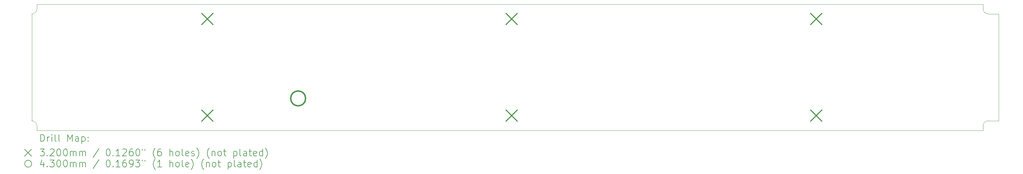
<source format=gbr>
%TF.GenerationSoftware,KiCad,Pcbnew,7.0.9*%
%TF.CreationDate,2025-11-01T18:49:03+01:00*%
%TF.ProjectId,Treiber,54726569-6265-4722-9e6b-696361645f70,rev?*%
%TF.SameCoordinates,Original*%
%TF.FileFunction,Drillmap*%
%TF.FilePolarity,Positive*%
%FSLAX45Y45*%
G04 Gerber Fmt 4.5, Leading zero omitted, Abs format (unit mm)*
G04 Created by KiCad (PCBNEW 7.0.9) date 2025-11-01 18:49:03*
%MOMM*%
%LPD*%
G01*
G04 APERTURE LIST*
%ADD10C,0.100000*%
%ADD11C,0.200000*%
%ADD12C,0.320000*%
%ADD13C,0.430000*%
G04 APERTURE END LIST*
D10*
X8200000Y-7900000D02*
X8200000Y-11000000D01*
X36150000Y-7900000D02*
X36150000Y-11000000D01*
X35700000Y-11150000D02*
X35700000Y-11280000D01*
X36150000Y-11000000D02*
X35850000Y-11000000D01*
X35700000Y-11280000D02*
X8350000Y-11280000D01*
X35700000Y-7750000D02*
G75*
G03*
X35850000Y-7900000I150000J0D01*
G01*
X8350000Y-11150000D02*
G75*
G03*
X8200000Y-11000000I-150000J0D01*
G01*
X35700000Y-7620000D02*
X8350000Y-7620000D01*
X36150000Y-7900000D02*
X35850000Y-7900000D01*
X35850000Y-11000000D02*
G75*
G03*
X35700000Y-11150000I0J-150000D01*
G01*
X8350000Y-11280000D02*
X8350000Y-11150000D01*
X8200000Y-7900000D02*
G75*
G03*
X8350000Y-7750000I0J150000D01*
G01*
X35700000Y-7750000D02*
X35700000Y-7620000D01*
X8350000Y-7620000D02*
X8350000Y-7750000D01*
D11*
D12*
X13115000Y-7890000D02*
X13435000Y-8210000D01*
X13435000Y-7890000D02*
X13115000Y-8210000D01*
X13115000Y-10690000D02*
X13435000Y-11010000D01*
X13435000Y-10690000D02*
X13115000Y-11010000D01*
X21915000Y-7890000D02*
X22235000Y-8210000D01*
X22235000Y-7890000D02*
X21915000Y-8210000D01*
X21915000Y-10690000D02*
X22235000Y-11010000D01*
X22235000Y-10690000D02*
X21915000Y-11010000D01*
X30715000Y-7890000D02*
X31035000Y-8210000D01*
X31035000Y-7890000D02*
X30715000Y-8210000D01*
X30715000Y-10690000D02*
X31035000Y-11010000D01*
X31035000Y-10690000D02*
X30715000Y-11010000D01*
D13*
X16115000Y-10350000D02*
G75*
G03*
X16115000Y-10350000I-215000J0D01*
G01*
D11*
X8455777Y-11596484D02*
X8455777Y-11396484D01*
X8455777Y-11396484D02*
X8503396Y-11396484D01*
X8503396Y-11396484D02*
X8531967Y-11406008D01*
X8531967Y-11406008D02*
X8551015Y-11425055D01*
X8551015Y-11425055D02*
X8560539Y-11444103D01*
X8560539Y-11444103D02*
X8570063Y-11482198D01*
X8570063Y-11482198D02*
X8570063Y-11510769D01*
X8570063Y-11510769D02*
X8560539Y-11548865D01*
X8560539Y-11548865D02*
X8551015Y-11567912D01*
X8551015Y-11567912D02*
X8531967Y-11586960D01*
X8531967Y-11586960D02*
X8503396Y-11596484D01*
X8503396Y-11596484D02*
X8455777Y-11596484D01*
X8655777Y-11596484D02*
X8655777Y-11463150D01*
X8655777Y-11501246D02*
X8665301Y-11482198D01*
X8665301Y-11482198D02*
X8674824Y-11472674D01*
X8674824Y-11472674D02*
X8693872Y-11463150D01*
X8693872Y-11463150D02*
X8712920Y-11463150D01*
X8779586Y-11596484D02*
X8779586Y-11463150D01*
X8779586Y-11396484D02*
X8770063Y-11406008D01*
X8770063Y-11406008D02*
X8779586Y-11415531D01*
X8779586Y-11415531D02*
X8789110Y-11406008D01*
X8789110Y-11406008D02*
X8779586Y-11396484D01*
X8779586Y-11396484D02*
X8779586Y-11415531D01*
X8903396Y-11596484D02*
X8884348Y-11586960D01*
X8884348Y-11586960D02*
X8874824Y-11567912D01*
X8874824Y-11567912D02*
X8874824Y-11396484D01*
X9008158Y-11596484D02*
X8989110Y-11586960D01*
X8989110Y-11586960D02*
X8979586Y-11567912D01*
X8979586Y-11567912D02*
X8979586Y-11396484D01*
X9236729Y-11596484D02*
X9236729Y-11396484D01*
X9236729Y-11396484D02*
X9303396Y-11539341D01*
X9303396Y-11539341D02*
X9370063Y-11396484D01*
X9370063Y-11396484D02*
X9370063Y-11596484D01*
X9551015Y-11596484D02*
X9551015Y-11491722D01*
X9551015Y-11491722D02*
X9541491Y-11472674D01*
X9541491Y-11472674D02*
X9522444Y-11463150D01*
X9522444Y-11463150D02*
X9484348Y-11463150D01*
X9484348Y-11463150D02*
X9465301Y-11472674D01*
X9551015Y-11586960D02*
X9531967Y-11596484D01*
X9531967Y-11596484D02*
X9484348Y-11596484D01*
X9484348Y-11596484D02*
X9465301Y-11586960D01*
X9465301Y-11586960D02*
X9455777Y-11567912D01*
X9455777Y-11567912D02*
X9455777Y-11548865D01*
X9455777Y-11548865D02*
X9465301Y-11529817D01*
X9465301Y-11529817D02*
X9484348Y-11520293D01*
X9484348Y-11520293D02*
X9531967Y-11520293D01*
X9531967Y-11520293D02*
X9551015Y-11510769D01*
X9646253Y-11463150D02*
X9646253Y-11663150D01*
X9646253Y-11472674D02*
X9665301Y-11463150D01*
X9665301Y-11463150D02*
X9703396Y-11463150D01*
X9703396Y-11463150D02*
X9722444Y-11472674D01*
X9722444Y-11472674D02*
X9731967Y-11482198D01*
X9731967Y-11482198D02*
X9741491Y-11501246D01*
X9741491Y-11501246D02*
X9741491Y-11558388D01*
X9741491Y-11558388D02*
X9731967Y-11577436D01*
X9731967Y-11577436D02*
X9722444Y-11586960D01*
X9722444Y-11586960D02*
X9703396Y-11596484D01*
X9703396Y-11596484D02*
X9665301Y-11596484D01*
X9665301Y-11596484D02*
X9646253Y-11586960D01*
X9827205Y-11577436D02*
X9836729Y-11586960D01*
X9836729Y-11586960D02*
X9827205Y-11596484D01*
X9827205Y-11596484D02*
X9817682Y-11586960D01*
X9817682Y-11586960D02*
X9827205Y-11577436D01*
X9827205Y-11577436D02*
X9827205Y-11596484D01*
X9827205Y-11472674D02*
X9836729Y-11482198D01*
X9836729Y-11482198D02*
X9827205Y-11491722D01*
X9827205Y-11491722D02*
X9817682Y-11482198D01*
X9817682Y-11482198D02*
X9827205Y-11472674D01*
X9827205Y-11472674D02*
X9827205Y-11491722D01*
X7995000Y-11825000D02*
X8195000Y-12025000D01*
X8195000Y-11825000D02*
X7995000Y-12025000D01*
X8436729Y-11816484D02*
X8560539Y-11816484D01*
X8560539Y-11816484D02*
X8493872Y-11892674D01*
X8493872Y-11892674D02*
X8522444Y-11892674D01*
X8522444Y-11892674D02*
X8541491Y-11902198D01*
X8541491Y-11902198D02*
X8551015Y-11911722D01*
X8551015Y-11911722D02*
X8560539Y-11930769D01*
X8560539Y-11930769D02*
X8560539Y-11978388D01*
X8560539Y-11978388D02*
X8551015Y-11997436D01*
X8551015Y-11997436D02*
X8541491Y-12006960D01*
X8541491Y-12006960D02*
X8522444Y-12016484D01*
X8522444Y-12016484D02*
X8465301Y-12016484D01*
X8465301Y-12016484D02*
X8446253Y-12006960D01*
X8446253Y-12006960D02*
X8436729Y-11997436D01*
X8646253Y-11997436D02*
X8655777Y-12006960D01*
X8655777Y-12006960D02*
X8646253Y-12016484D01*
X8646253Y-12016484D02*
X8636729Y-12006960D01*
X8636729Y-12006960D02*
X8646253Y-11997436D01*
X8646253Y-11997436D02*
X8646253Y-12016484D01*
X8731967Y-11835531D02*
X8741491Y-11826008D01*
X8741491Y-11826008D02*
X8760539Y-11816484D01*
X8760539Y-11816484D02*
X8808158Y-11816484D01*
X8808158Y-11816484D02*
X8827205Y-11826008D01*
X8827205Y-11826008D02*
X8836729Y-11835531D01*
X8836729Y-11835531D02*
X8846253Y-11854579D01*
X8846253Y-11854579D02*
X8846253Y-11873627D01*
X8846253Y-11873627D02*
X8836729Y-11902198D01*
X8836729Y-11902198D02*
X8722444Y-12016484D01*
X8722444Y-12016484D02*
X8846253Y-12016484D01*
X8970063Y-11816484D02*
X8989110Y-11816484D01*
X8989110Y-11816484D02*
X9008158Y-11826008D01*
X9008158Y-11826008D02*
X9017682Y-11835531D01*
X9017682Y-11835531D02*
X9027205Y-11854579D01*
X9027205Y-11854579D02*
X9036729Y-11892674D01*
X9036729Y-11892674D02*
X9036729Y-11940293D01*
X9036729Y-11940293D02*
X9027205Y-11978388D01*
X9027205Y-11978388D02*
X9017682Y-11997436D01*
X9017682Y-11997436D02*
X9008158Y-12006960D01*
X9008158Y-12006960D02*
X8989110Y-12016484D01*
X8989110Y-12016484D02*
X8970063Y-12016484D01*
X8970063Y-12016484D02*
X8951015Y-12006960D01*
X8951015Y-12006960D02*
X8941491Y-11997436D01*
X8941491Y-11997436D02*
X8931967Y-11978388D01*
X8931967Y-11978388D02*
X8922444Y-11940293D01*
X8922444Y-11940293D02*
X8922444Y-11892674D01*
X8922444Y-11892674D02*
X8931967Y-11854579D01*
X8931967Y-11854579D02*
X8941491Y-11835531D01*
X8941491Y-11835531D02*
X8951015Y-11826008D01*
X8951015Y-11826008D02*
X8970063Y-11816484D01*
X9160539Y-11816484D02*
X9179586Y-11816484D01*
X9179586Y-11816484D02*
X9198634Y-11826008D01*
X9198634Y-11826008D02*
X9208158Y-11835531D01*
X9208158Y-11835531D02*
X9217682Y-11854579D01*
X9217682Y-11854579D02*
X9227205Y-11892674D01*
X9227205Y-11892674D02*
X9227205Y-11940293D01*
X9227205Y-11940293D02*
X9217682Y-11978388D01*
X9217682Y-11978388D02*
X9208158Y-11997436D01*
X9208158Y-11997436D02*
X9198634Y-12006960D01*
X9198634Y-12006960D02*
X9179586Y-12016484D01*
X9179586Y-12016484D02*
X9160539Y-12016484D01*
X9160539Y-12016484D02*
X9141491Y-12006960D01*
X9141491Y-12006960D02*
X9131967Y-11997436D01*
X9131967Y-11997436D02*
X9122444Y-11978388D01*
X9122444Y-11978388D02*
X9112920Y-11940293D01*
X9112920Y-11940293D02*
X9112920Y-11892674D01*
X9112920Y-11892674D02*
X9122444Y-11854579D01*
X9122444Y-11854579D02*
X9131967Y-11835531D01*
X9131967Y-11835531D02*
X9141491Y-11826008D01*
X9141491Y-11826008D02*
X9160539Y-11816484D01*
X9312920Y-12016484D02*
X9312920Y-11883150D01*
X9312920Y-11902198D02*
X9322444Y-11892674D01*
X9322444Y-11892674D02*
X9341491Y-11883150D01*
X9341491Y-11883150D02*
X9370063Y-11883150D01*
X9370063Y-11883150D02*
X9389110Y-11892674D01*
X9389110Y-11892674D02*
X9398634Y-11911722D01*
X9398634Y-11911722D02*
X9398634Y-12016484D01*
X9398634Y-11911722D02*
X9408158Y-11892674D01*
X9408158Y-11892674D02*
X9427205Y-11883150D01*
X9427205Y-11883150D02*
X9455777Y-11883150D01*
X9455777Y-11883150D02*
X9474825Y-11892674D01*
X9474825Y-11892674D02*
X9484348Y-11911722D01*
X9484348Y-11911722D02*
X9484348Y-12016484D01*
X9579586Y-12016484D02*
X9579586Y-11883150D01*
X9579586Y-11902198D02*
X9589110Y-11892674D01*
X9589110Y-11892674D02*
X9608158Y-11883150D01*
X9608158Y-11883150D02*
X9636729Y-11883150D01*
X9636729Y-11883150D02*
X9655777Y-11892674D01*
X9655777Y-11892674D02*
X9665301Y-11911722D01*
X9665301Y-11911722D02*
X9665301Y-12016484D01*
X9665301Y-11911722D02*
X9674825Y-11892674D01*
X9674825Y-11892674D02*
X9693872Y-11883150D01*
X9693872Y-11883150D02*
X9722444Y-11883150D01*
X9722444Y-11883150D02*
X9741491Y-11892674D01*
X9741491Y-11892674D02*
X9751015Y-11911722D01*
X9751015Y-11911722D02*
X9751015Y-12016484D01*
X10141491Y-11806960D02*
X9970063Y-12064103D01*
X10398634Y-11816484D02*
X10417682Y-11816484D01*
X10417682Y-11816484D02*
X10436729Y-11826008D01*
X10436729Y-11826008D02*
X10446253Y-11835531D01*
X10446253Y-11835531D02*
X10455777Y-11854579D01*
X10455777Y-11854579D02*
X10465301Y-11892674D01*
X10465301Y-11892674D02*
X10465301Y-11940293D01*
X10465301Y-11940293D02*
X10455777Y-11978388D01*
X10455777Y-11978388D02*
X10446253Y-11997436D01*
X10446253Y-11997436D02*
X10436729Y-12006960D01*
X10436729Y-12006960D02*
X10417682Y-12016484D01*
X10417682Y-12016484D02*
X10398634Y-12016484D01*
X10398634Y-12016484D02*
X10379587Y-12006960D01*
X10379587Y-12006960D02*
X10370063Y-11997436D01*
X10370063Y-11997436D02*
X10360539Y-11978388D01*
X10360539Y-11978388D02*
X10351015Y-11940293D01*
X10351015Y-11940293D02*
X10351015Y-11892674D01*
X10351015Y-11892674D02*
X10360539Y-11854579D01*
X10360539Y-11854579D02*
X10370063Y-11835531D01*
X10370063Y-11835531D02*
X10379587Y-11826008D01*
X10379587Y-11826008D02*
X10398634Y-11816484D01*
X10551015Y-11997436D02*
X10560539Y-12006960D01*
X10560539Y-12006960D02*
X10551015Y-12016484D01*
X10551015Y-12016484D02*
X10541491Y-12006960D01*
X10541491Y-12006960D02*
X10551015Y-11997436D01*
X10551015Y-11997436D02*
X10551015Y-12016484D01*
X10751015Y-12016484D02*
X10636729Y-12016484D01*
X10693872Y-12016484D02*
X10693872Y-11816484D01*
X10693872Y-11816484D02*
X10674825Y-11845055D01*
X10674825Y-11845055D02*
X10655777Y-11864103D01*
X10655777Y-11864103D02*
X10636729Y-11873627D01*
X10827206Y-11835531D02*
X10836729Y-11826008D01*
X10836729Y-11826008D02*
X10855777Y-11816484D01*
X10855777Y-11816484D02*
X10903396Y-11816484D01*
X10903396Y-11816484D02*
X10922444Y-11826008D01*
X10922444Y-11826008D02*
X10931968Y-11835531D01*
X10931968Y-11835531D02*
X10941491Y-11854579D01*
X10941491Y-11854579D02*
X10941491Y-11873627D01*
X10941491Y-11873627D02*
X10931968Y-11902198D01*
X10931968Y-11902198D02*
X10817682Y-12016484D01*
X10817682Y-12016484D02*
X10941491Y-12016484D01*
X11112920Y-11816484D02*
X11074825Y-11816484D01*
X11074825Y-11816484D02*
X11055777Y-11826008D01*
X11055777Y-11826008D02*
X11046253Y-11835531D01*
X11046253Y-11835531D02*
X11027206Y-11864103D01*
X11027206Y-11864103D02*
X11017682Y-11902198D01*
X11017682Y-11902198D02*
X11017682Y-11978388D01*
X11017682Y-11978388D02*
X11027206Y-11997436D01*
X11027206Y-11997436D02*
X11036729Y-12006960D01*
X11036729Y-12006960D02*
X11055777Y-12016484D01*
X11055777Y-12016484D02*
X11093872Y-12016484D01*
X11093872Y-12016484D02*
X11112920Y-12006960D01*
X11112920Y-12006960D02*
X11122444Y-11997436D01*
X11122444Y-11997436D02*
X11131968Y-11978388D01*
X11131968Y-11978388D02*
X11131968Y-11930769D01*
X11131968Y-11930769D02*
X11122444Y-11911722D01*
X11122444Y-11911722D02*
X11112920Y-11902198D01*
X11112920Y-11902198D02*
X11093872Y-11892674D01*
X11093872Y-11892674D02*
X11055777Y-11892674D01*
X11055777Y-11892674D02*
X11036729Y-11902198D01*
X11036729Y-11902198D02*
X11027206Y-11911722D01*
X11027206Y-11911722D02*
X11017682Y-11930769D01*
X11255777Y-11816484D02*
X11274825Y-11816484D01*
X11274825Y-11816484D02*
X11293872Y-11826008D01*
X11293872Y-11826008D02*
X11303396Y-11835531D01*
X11303396Y-11835531D02*
X11312920Y-11854579D01*
X11312920Y-11854579D02*
X11322444Y-11892674D01*
X11322444Y-11892674D02*
X11322444Y-11940293D01*
X11322444Y-11940293D02*
X11312920Y-11978388D01*
X11312920Y-11978388D02*
X11303396Y-11997436D01*
X11303396Y-11997436D02*
X11293872Y-12006960D01*
X11293872Y-12006960D02*
X11274825Y-12016484D01*
X11274825Y-12016484D02*
X11255777Y-12016484D01*
X11255777Y-12016484D02*
X11236729Y-12006960D01*
X11236729Y-12006960D02*
X11227206Y-11997436D01*
X11227206Y-11997436D02*
X11217682Y-11978388D01*
X11217682Y-11978388D02*
X11208158Y-11940293D01*
X11208158Y-11940293D02*
X11208158Y-11892674D01*
X11208158Y-11892674D02*
X11217682Y-11854579D01*
X11217682Y-11854579D02*
X11227206Y-11835531D01*
X11227206Y-11835531D02*
X11236729Y-11826008D01*
X11236729Y-11826008D02*
X11255777Y-11816484D01*
X11398634Y-11816484D02*
X11398634Y-11854579D01*
X11474825Y-11816484D02*
X11474825Y-11854579D01*
X11770063Y-12092674D02*
X11760539Y-12083150D01*
X11760539Y-12083150D02*
X11741491Y-12054579D01*
X11741491Y-12054579D02*
X11731968Y-12035531D01*
X11731968Y-12035531D02*
X11722444Y-12006960D01*
X11722444Y-12006960D02*
X11712920Y-11959341D01*
X11712920Y-11959341D02*
X11712920Y-11921246D01*
X11712920Y-11921246D02*
X11722444Y-11873627D01*
X11722444Y-11873627D02*
X11731968Y-11845055D01*
X11731968Y-11845055D02*
X11741491Y-11826008D01*
X11741491Y-11826008D02*
X11760539Y-11797436D01*
X11760539Y-11797436D02*
X11770063Y-11787912D01*
X11931968Y-11816484D02*
X11893872Y-11816484D01*
X11893872Y-11816484D02*
X11874825Y-11826008D01*
X11874825Y-11826008D02*
X11865301Y-11835531D01*
X11865301Y-11835531D02*
X11846253Y-11864103D01*
X11846253Y-11864103D02*
X11836729Y-11902198D01*
X11836729Y-11902198D02*
X11836729Y-11978388D01*
X11836729Y-11978388D02*
X11846253Y-11997436D01*
X11846253Y-11997436D02*
X11855777Y-12006960D01*
X11855777Y-12006960D02*
X11874825Y-12016484D01*
X11874825Y-12016484D02*
X11912920Y-12016484D01*
X11912920Y-12016484D02*
X11931968Y-12006960D01*
X11931968Y-12006960D02*
X11941491Y-11997436D01*
X11941491Y-11997436D02*
X11951015Y-11978388D01*
X11951015Y-11978388D02*
X11951015Y-11930769D01*
X11951015Y-11930769D02*
X11941491Y-11911722D01*
X11941491Y-11911722D02*
X11931968Y-11902198D01*
X11931968Y-11902198D02*
X11912920Y-11892674D01*
X11912920Y-11892674D02*
X11874825Y-11892674D01*
X11874825Y-11892674D02*
X11855777Y-11902198D01*
X11855777Y-11902198D02*
X11846253Y-11911722D01*
X11846253Y-11911722D02*
X11836729Y-11930769D01*
X12189110Y-12016484D02*
X12189110Y-11816484D01*
X12274825Y-12016484D02*
X12274825Y-11911722D01*
X12274825Y-11911722D02*
X12265301Y-11892674D01*
X12265301Y-11892674D02*
X12246253Y-11883150D01*
X12246253Y-11883150D02*
X12217682Y-11883150D01*
X12217682Y-11883150D02*
X12198634Y-11892674D01*
X12198634Y-11892674D02*
X12189110Y-11902198D01*
X12398634Y-12016484D02*
X12379587Y-12006960D01*
X12379587Y-12006960D02*
X12370063Y-11997436D01*
X12370063Y-11997436D02*
X12360539Y-11978388D01*
X12360539Y-11978388D02*
X12360539Y-11921246D01*
X12360539Y-11921246D02*
X12370063Y-11902198D01*
X12370063Y-11902198D02*
X12379587Y-11892674D01*
X12379587Y-11892674D02*
X12398634Y-11883150D01*
X12398634Y-11883150D02*
X12427206Y-11883150D01*
X12427206Y-11883150D02*
X12446253Y-11892674D01*
X12446253Y-11892674D02*
X12455777Y-11902198D01*
X12455777Y-11902198D02*
X12465301Y-11921246D01*
X12465301Y-11921246D02*
X12465301Y-11978388D01*
X12465301Y-11978388D02*
X12455777Y-11997436D01*
X12455777Y-11997436D02*
X12446253Y-12006960D01*
X12446253Y-12006960D02*
X12427206Y-12016484D01*
X12427206Y-12016484D02*
X12398634Y-12016484D01*
X12579587Y-12016484D02*
X12560539Y-12006960D01*
X12560539Y-12006960D02*
X12551015Y-11987912D01*
X12551015Y-11987912D02*
X12551015Y-11816484D01*
X12731968Y-12006960D02*
X12712920Y-12016484D01*
X12712920Y-12016484D02*
X12674825Y-12016484D01*
X12674825Y-12016484D02*
X12655777Y-12006960D01*
X12655777Y-12006960D02*
X12646253Y-11987912D01*
X12646253Y-11987912D02*
X12646253Y-11911722D01*
X12646253Y-11911722D02*
X12655777Y-11892674D01*
X12655777Y-11892674D02*
X12674825Y-11883150D01*
X12674825Y-11883150D02*
X12712920Y-11883150D01*
X12712920Y-11883150D02*
X12731968Y-11892674D01*
X12731968Y-11892674D02*
X12741491Y-11911722D01*
X12741491Y-11911722D02*
X12741491Y-11930769D01*
X12741491Y-11930769D02*
X12646253Y-11949817D01*
X12817682Y-12006960D02*
X12836730Y-12016484D01*
X12836730Y-12016484D02*
X12874825Y-12016484D01*
X12874825Y-12016484D02*
X12893872Y-12006960D01*
X12893872Y-12006960D02*
X12903396Y-11987912D01*
X12903396Y-11987912D02*
X12903396Y-11978388D01*
X12903396Y-11978388D02*
X12893872Y-11959341D01*
X12893872Y-11959341D02*
X12874825Y-11949817D01*
X12874825Y-11949817D02*
X12846253Y-11949817D01*
X12846253Y-11949817D02*
X12827206Y-11940293D01*
X12827206Y-11940293D02*
X12817682Y-11921246D01*
X12817682Y-11921246D02*
X12817682Y-11911722D01*
X12817682Y-11911722D02*
X12827206Y-11892674D01*
X12827206Y-11892674D02*
X12846253Y-11883150D01*
X12846253Y-11883150D02*
X12874825Y-11883150D01*
X12874825Y-11883150D02*
X12893872Y-11892674D01*
X12970063Y-12092674D02*
X12979587Y-12083150D01*
X12979587Y-12083150D02*
X12998634Y-12054579D01*
X12998634Y-12054579D02*
X13008158Y-12035531D01*
X13008158Y-12035531D02*
X13017682Y-12006960D01*
X13017682Y-12006960D02*
X13027206Y-11959341D01*
X13027206Y-11959341D02*
X13027206Y-11921246D01*
X13027206Y-11921246D02*
X13017682Y-11873627D01*
X13017682Y-11873627D02*
X13008158Y-11845055D01*
X13008158Y-11845055D02*
X12998634Y-11826008D01*
X12998634Y-11826008D02*
X12979587Y-11797436D01*
X12979587Y-11797436D02*
X12970063Y-11787912D01*
X13331968Y-12092674D02*
X13322444Y-12083150D01*
X13322444Y-12083150D02*
X13303396Y-12054579D01*
X13303396Y-12054579D02*
X13293872Y-12035531D01*
X13293872Y-12035531D02*
X13284349Y-12006960D01*
X13284349Y-12006960D02*
X13274825Y-11959341D01*
X13274825Y-11959341D02*
X13274825Y-11921246D01*
X13274825Y-11921246D02*
X13284349Y-11873627D01*
X13284349Y-11873627D02*
X13293872Y-11845055D01*
X13293872Y-11845055D02*
X13303396Y-11826008D01*
X13303396Y-11826008D02*
X13322444Y-11797436D01*
X13322444Y-11797436D02*
X13331968Y-11787912D01*
X13408158Y-11883150D02*
X13408158Y-12016484D01*
X13408158Y-11902198D02*
X13417682Y-11892674D01*
X13417682Y-11892674D02*
X13436730Y-11883150D01*
X13436730Y-11883150D02*
X13465301Y-11883150D01*
X13465301Y-11883150D02*
X13484349Y-11892674D01*
X13484349Y-11892674D02*
X13493872Y-11911722D01*
X13493872Y-11911722D02*
X13493872Y-12016484D01*
X13617682Y-12016484D02*
X13598634Y-12006960D01*
X13598634Y-12006960D02*
X13589111Y-11997436D01*
X13589111Y-11997436D02*
X13579587Y-11978388D01*
X13579587Y-11978388D02*
X13579587Y-11921246D01*
X13579587Y-11921246D02*
X13589111Y-11902198D01*
X13589111Y-11902198D02*
X13598634Y-11892674D01*
X13598634Y-11892674D02*
X13617682Y-11883150D01*
X13617682Y-11883150D02*
X13646253Y-11883150D01*
X13646253Y-11883150D02*
X13665301Y-11892674D01*
X13665301Y-11892674D02*
X13674825Y-11902198D01*
X13674825Y-11902198D02*
X13684349Y-11921246D01*
X13684349Y-11921246D02*
X13684349Y-11978388D01*
X13684349Y-11978388D02*
X13674825Y-11997436D01*
X13674825Y-11997436D02*
X13665301Y-12006960D01*
X13665301Y-12006960D02*
X13646253Y-12016484D01*
X13646253Y-12016484D02*
X13617682Y-12016484D01*
X13741492Y-11883150D02*
X13817682Y-11883150D01*
X13770063Y-11816484D02*
X13770063Y-11987912D01*
X13770063Y-11987912D02*
X13779587Y-12006960D01*
X13779587Y-12006960D02*
X13798634Y-12016484D01*
X13798634Y-12016484D02*
X13817682Y-12016484D01*
X14036730Y-11883150D02*
X14036730Y-12083150D01*
X14036730Y-11892674D02*
X14055777Y-11883150D01*
X14055777Y-11883150D02*
X14093873Y-11883150D01*
X14093873Y-11883150D02*
X14112920Y-11892674D01*
X14112920Y-11892674D02*
X14122444Y-11902198D01*
X14122444Y-11902198D02*
X14131968Y-11921246D01*
X14131968Y-11921246D02*
X14131968Y-11978388D01*
X14131968Y-11978388D02*
X14122444Y-11997436D01*
X14122444Y-11997436D02*
X14112920Y-12006960D01*
X14112920Y-12006960D02*
X14093873Y-12016484D01*
X14093873Y-12016484D02*
X14055777Y-12016484D01*
X14055777Y-12016484D02*
X14036730Y-12006960D01*
X14246253Y-12016484D02*
X14227206Y-12006960D01*
X14227206Y-12006960D02*
X14217682Y-11987912D01*
X14217682Y-11987912D02*
X14217682Y-11816484D01*
X14408158Y-12016484D02*
X14408158Y-11911722D01*
X14408158Y-11911722D02*
X14398634Y-11892674D01*
X14398634Y-11892674D02*
X14379587Y-11883150D01*
X14379587Y-11883150D02*
X14341492Y-11883150D01*
X14341492Y-11883150D02*
X14322444Y-11892674D01*
X14408158Y-12006960D02*
X14389111Y-12016484D01*
X14389111Y-12016484D02*
X14341492Y-12016484D01*
X14341492Y-12016484D02*
X14322444Y-12006960D01*
X14322444Y-12006960D02*
X14312920Y-11987912D01*
X14312920Y-11987912D02*
X14312920Y-11968865D01*
X14312920Y-11968865D02*
X14322444Y-11949817D01*
X14322444Y-11949817D02*
X14341492Y-11940293D01*
X14341492Y-11940293D02*
X14389111Y-11940293D01*
X14389111Y-11940293D02*
X14408158Y-11930769D01*
X14474825Y-11883150D02*
X14551015Y-11883150D01*
X14503396Y-11816484D02*
X14503396Y-11987912D01*
X14503396Y-11987912D02*
X14512920Y-12006960D01*
X14512920Y-12006960D02*
X14531968Y-12016484D01*
X14531968Y-12016484D02*
X14551015Y-12016484D01*
X14693873Y-12006960D02*
X14674825Y-12016484D01*
X14674825Y-12016484D02*
X14636730Y-12016484D01*
X14636730Y-12016484D02*
X14617682Y-12006960D01*
X14617682Y-12006960D02*
X14608158Y-11987912D01*
X14608158Y-11987912D02*
X14608158Y-11911722D01*
X14608158Y-11911722D02*
X14617682Y-11892674D01*
X14617682Y-11892674D02*
X14636730Y-11883150D01*
X14636730Y-11883150D02*
X14674825Y-11883150D01*
X14674825Y-11883150D02*
X14693873Y-11892674D01*
X14693873Y-11892674D02*
X14703396Y-11911722D01*
X14703396Y-11911722D02*
X14703396Y-11930769D01*
X14703396Y-11930769D02*
X14608158Y-11949817D01*
X14874825Y-12016484D02*
X14874825Y-11816484D01*
X14874825Y-12006960D02*
X14855777Y-12016484D01*
X14855777Y-12016484D02*
X14817682Y-12016484D01*
X14817682Y-12016484D02*
X14798634Y-12006960D01*
X14798634Y-12006960D02*
X14789111Y-11997436D01*
X14789111Y-11997436D02*
X14779587Y-11978388D01*
X14779587Y-11978388D02*
X14779587Y-11921246D01*
X14779587Y-11921246D02*
X14789111Y-11902198D01*
X14789111Y-11902198D02*
X14798634Y-11892674D01*
X14798634Y-11892674D02*
X14817682Y-11883150D01*
X14817682Y-11883150D02*
X14855777Y-11883150D01*
X14855777Y-11883150D02*
X14874825Y-11892674D01*
X14951015Y-12092674D02*
X14960539Y-12083150D01*
X14960539Y-12083150D02*
X14979587Y-12054579D01*
X14979587Y-12054579D02*
X14989111Y-12035531D01*
X14989111Y-12035531D02*
X14998634Y-12006960D01*
X14998634Y-12006960D02*
X15008158Y-11959341D01*
X15008158Y-11959341D02*
X15008158Y-11921246D01*
X15008158Y-11921246D02*
X14998634Y-11873627D01*
X14998634Y-11873627D02*
X14989111Y-11845055D01*
X14989111Y-11845055D02*
X14979587Y-11826008D01*
X14979587Y-11826008D02*
X14960539Y-11797436D01*
X14960539Y-11797436D02*
X14951015Y-11787912D01*
X8195000Y-12245000D02*
G75*
G03*
X8195000Y-12245000I-100000J0D01*
G01*
X8541491Y-12203150D02*
X8541491Y-12336484D01*
X8493872Y-12126960D02*
X8446253Y-12269817D01*
X8446253Y-12269817D02*
X8570063Y-12269817D01*
X8646253Y-12317436D02*
X8655777Y-12326960D01*
X8655777Y-12326960D02*
X8646253Y-12336484D01*
X8646253Y-12336484D02*
X8636729Y-12326960D01*
X8636729Y-12326960D02*
X8646253Y-12317436D01*
X8646253Y-12317436D02*
X8646253Y-12336484D01*
X8722444Y-12136484D02*
X8846253Y-12136484D01*
X8846253Y-12136484D02*
X8779586Y-12212674D01*
X8779586Y-12212674D02*
X8808158Y-12212674D01*
X8808158Y-12212674D02*
X8827205Y-12222198D01*
X8827205Y-12222198D02*
X8836729Y-12231722D01*
X8836729Y-12231722D02*
X8846253Y-12250769D01*
X8846253Y-12250769D02*
X8846253Y-12298388D01*
X8846253Y-12298388D02*
X8836729Y-12317436D01*
X8836729Y-12317436D02*
X8827205Y-12326960D01*
X8827205Y-12326960D02*
X8808158Y-12336484D01*
X8808158Y-12336484D02*
X8751015Y-12336484D01*
X8751015Y-12336484D02*
X8731967Y-12326960D01*
X8731967Y-12326960D02*
X8722444Y-12317436D01*
X8970063Y-12136484D02*
X8989110Y-12136484D01*
X8989110Y-12136484D02*
X9008158Y-12146008D01*
X9008158Y-12146008D02*
X9017682Y-12155531D01*
X9017682Y-12155531D02*
X9027205Y-12174579D01*
X9027205Y-12174579D02*
X9036729Y-12212674D01*
X9036729Y-12212674D02*
X9036729Y-12260293D01*
X9036729Y-12260293D02*
X9027205Y-12298388D01*
X9027205Y-12298388D02*
X9017682Y-12317436D01*
X9017682Y-12317436D02*
X9008158Y-12326960D01*
X9008158Y-12326960D02*
X8989110Y-12336484D01*
X8989110Y-12336484D02*
X8970063Y-12336484D01*
X8970063Y-12336484D02*
X8951015Y-12326960D01*
X8951015Y-12326960D02*
X8941491Y-12317436D01*
X8941491Y-12317436D02*
X8931967Y-12298388D01*
X8931967Y-12298388D02*
X8922444Y-12260293D01*
X8922444Y-12260293D02*
X8922444Y-12212674D01*
X8922444Y-12212674D02*
X8931967Y-12174579D01*
X8931967Y-12174579D02*
X8941491Y-12155531D01*
X8941491Y-12155531D02*
X8951015Y-12146008D01*
X8951015Y-12146008D02*
X8970063Y-12136484D01*
X9160539Y-12136484D02*
X9179586Y-12136484D01*
X9179586Y-12136484D02*
X9198634Y-12146008D01*
X9198634Y-12146008D02*
X9208158Y-12155531D01*
X9208158Y-12155531D02*
X9217682Y-12174579D01*
X9217682Y-12174579D02*
X9227205Y-12212674D01*
X9227205Y-12212674D02*
X9227205Y-12260293D01*
X9227205Y-12260293D02*
X9217682Y-12298388D01*
X9217682Y-12298388D02*
X9208158Y-12317436D01*
X9208158Y-12317436D02*
X9198634Y-12326960D01*
X9198634Y-12326960D02*
X9179586Y-12336484D01*
X9179586Y-12336484D02*
X9160539Y-12336484D01*
X9160539Y-12336484D02*
X9141491Y-12326960D01*
X9141491Y-12326960D02*
X9131967Y-12317436D01*
X9131967Y-12317436D02*
X9122444Y-12298388D01*
X9122444Y-12298388D02*
X9112920Y-12260293D01*
X9112920Y-12260293D02*
X9112920Y-12212674D01*
X9112920Y-12212674D02*
X9122444Y-12174579D01*
X9122444Y-12174579D02*
X9131967Y-12155531D01*
X9131967Y-12155531D02*
X9141491Y-12146008D01*
X9141491Y-12146008D02*
X9160539Y-12136484D01*
X9312920Y-12336484D02*
X9312920Y-12203150D01*
X9312920Y-12222198D02*
X9322444Y-12212674D01*
X9322444Y-12212674D02*
X9341491Y-12203150D01*
X9341491Y-12203150D02*
X9370063Y-12203150D01*
X9370063Y-12203150D02*
X9389110Y-12212674D01*
X9389110Y-12212674D02*
X9398634Y-12231722D01*
X9398634Y-12231722D02*
X9398634Y-12336484D01*
X9398634Y-12231722D02*
X9408158Y-12212674D01*
X9408158Y-12212674D02*
X9427205Y-12203150D01*
X9427205Y-12203150D02*
X9455777Y-12203150D01*
X9455777Y-12203150D02*
X9474825Y-12212674D01*
X9474825Y-12212674D02*
X9484348Y-12231722D01*
X9484348Y-12231722D02*
X9484348Y-12336484D01*
X9579586Y-12336484D02*
X9579586Y-12203150D01*
X9579586Y-12222198D02*
X9589110Y-12212674D01*
X9589110Y-12212674D02*
X9608158Y-12203150D01*
X9608158Y-12203150D02*
X9636729Y-12203150D01*
X9636729Y-12203150D02*
X9655777Y-12212674D01*
X9655777Y-12212674D02*
X9665301Y-12231722D01*
X9665301Y-12231722D02*
X9665301Y-12336484D01*
X9665301Y-12231722D02*
X9674825Y-12212674D01*
X9674825Y-12212674D02*
X9693872Y-12203150D01*
X9693872Y-12203150D02*
X9722444Y-12203150D01*
X9722444Y-12203150D02*
X9741491Y-12212674D01*
X9741491Y-12212674D02*
X9751015Y-12231722D01*
X9751015Y-12231722D02*
X9751015Y-12336484D01*
X10141491Y-12126960D02*
X9970063Y-12384103D01*
X10398634Y-12136484D02*
X10417682Y-12136484D01*
X10417682Y-12136484D02*
X10436729Y-12146008D01*
X10436729Y-12146008D02*
X10446253Y-12155531D01*
X10446253Y-12155531D02*
X10455777Y-12174579D01*
X10455777Y-12174579D02*
X10465301Y-12212674D01*
X10465301Y-12212674D02*
X10465301Y-12260293D01*
X10465301Y-12260293D02*
X10455777Y-12298388D01*
X10455777Y-12298388D02*
X10446253Y-12317436D01*
X10446253Y-12317436D02*
X10436729Y-12326960D01*
X10436729Y-12326960D02*
X10417682Y-12336484D01*
X10417682Y-12336484D02*
X10398634Y-12336484D01*
X10398634Y-12336484D02*
X10379587Y-12326960D01*
X10379587Y-12326960D02*
X10370063Y-12317436D01*
X10370063Y-12317436D02*
X10360539Y-12298388D01*
X10360539Y-12298388D02*
X10351015Y-12260293D01*
X10351015Y-12260293D02*
X10351015Y-12212674D01*
X10351015Y-12212674D02*
X10360539Y-12174579D01*
X10360539Y-12174579D02*
X10370063Y-12155531D01*
X10370063Y-12155531D02*
X10379587Y-12146008D01*
X10379587Y-12146008D02*
X10398634Y-12136484D01*
X10551015Y-12317436D02*
X10560539Y-12326960D01*
X10560539Y-12326960D02*
X10551015Y-12336484D01*
X10551015Y-12336484D02*
X10541491Y-12326960D01*
X10541491Y-12326960D02*
X10551015Y-12317436D01*
X10551015Y-12317436D02*
X10551015Y-12336484D01*
X10751015Y-12336484D02*
X10636729Y-12336484D01*
X10693872Y-12336484D02*
X10693872Y-12136484D01*
X10693872Y-12136484D02*
X10674825Y-12165055D01*
X10674825Y-12165055D02*
X10655777Y-12184103D01*
X10655777Y-12184103D02*
X10636729Y-12193627D01*
X10922444Y-12136484D02*
X10884348Y-12136484D01*
X10884348Y-12136484D02*
X10865301Y-12146008D01*
X10865301Y-12146008D02*
X10855777Y-12155531D01*
X10855777Y-12155531D02*
X10836729Y-12184103D01*
X10836729Y-12184103D02*
X10827206Y-12222198D01*
X10827206Y-12222198D02*
X10827206Y-12298388D01*
X10827206Y-12298388D02*
X10836729Y-12317436D01*
X10836729Y-12317436D02*
X10846253Y-12326960D01*
X10846253Y-12326960D02*
X10865301Y-12336484D01*
X10865301Y-12336484D02*
X10903396Y-12336484D01*
X10903396Y-12336484D02*
X10922444Y-12326960D01*
X10922444Y-12326960D02*
X10931968Y-12317436D01*
X10931968Y-12317436D02*
X10941491Y-12298388D01*
X10941491Y-12298388D02*
X10941491Y-12250769D01*
X10941491Y-12250769D02*
X10931968Y-12231722D01*
X10931968Y-12231722D02*
X10922444Y-12222198D01*
X10922444Y-12222198D02*
X10903396Y-12212674D01*
X10903396Y-12212674D02*
X10865301Y-12212674D01*
X10865301Y-12212674D02*
X10846253Y-12222198D01*
X10846253Y-12222198D02*
X10836729Y-12231722D01*
X10836729Y-12231722D02*
X10827206Y-12250769D01*
X11036729Y-12336484D02*
X11074825Y-12336484D01*
X11074825Y-12336484D02*
X11093872Y-12326960D01*
X11093872Y-12326960D02*
X11103396Y-12317436D01*
X11103396Y-12317436D02*
X11122444Y-12288865D01*
X11122444Y-12288865D02*
X11131968Y-12250769D01*
X11131968Y-12250769D02*
X11131968Y-12174579D01*
X11131968Y-12174579D02*
X11122444Y-12155531D01*
X11122444Y-12155531D02*
X11112920Y-12146008D01*
X11112920Y-12146008D02*
X11093872Y-12136484D01*
X11093872Y-12136484D02*
X11055777Y-12136484D01*
X11055777Y-12136484D02*
X11036729Y-12146008D01*
X11036729Y-12146008D02*
X11027206Y-12155531D01*
X11027206Y-12155531D02*
X11017682Y-12174579D01*
X11017682Y-12174579D02*
X11017682Y-12222198D01*
X11017682Y-12222198D02*
X11027206Y-12241246D01*
X11027206Y-12241246D02*
X11036729Y-12250769D01*
X11036729Y-12250769D02*
X11055777Y-12260293D01*
X11055777Y-12260293D02*
X11093872Y-12260293D01*
X11093872Y-12260293D02*
X11112920Y-12250769D01*
X11112920Y-12250769D02*
X11122444Y-12241246D01*
X11122444Y-12241246D02*
X11131968Y-12222198D01*
X11198634Y-12136484D02*
X11322444Y-12136484D01*
X11322444Y-12136484D02*
X11255777Y-12212674D01*
X11255777Y-12212674D02*
X11284348Y-12212674D01*
X11284348Y-12212674D02*
X11303396Y-12222198D01*
X11303396Y-12222198D02*
X11312920Y-12231722D01*
X11312920Y-12231722D02*
X11322444Y-12250769D01*
X11322444Y-12250769D02*
X11322444Y-12298388D01*
X11322444Y-12298388D02*
X11312920Y-12317436D01*
X11312920Y-12317436D02*
X11303396Y-12326960D01*
X11303396Y-12326960D02*
X11284348Y-12336484D01*
X11284348Y-12336484D02*
X11227206Y-12336484D01*
X11227206Y-12336484D02*
X11208158Y-12326960D01*
X11208158Y-12326960D02*
X11198634Y-12317436D01*
X11398634Y-12136484D02*
X11398634Y-12174579D01*
X11474825Y-12136484D02*
X11474825Y-12174579D01*
X11770063Y-12412674D02*
X11760539Y-12403150D01*
X11760539Y-12403150D02*
X11741491Y-12374579D01*
X11741491Y-12374579D02*
X11731968Y-12355531D01*
X11731968Y-12355531D02*
X11722444Y-12326960D01*
X11722444Y-12326960D02*
X11712920Y-12279341D01*
X11712920Y-12279341D02*
X11712920Y-12241246D01*
X11712920Y-12241246D02*
X11722444Y-12193627D01*
X11722444Y-12193627D02*
X11731968Y-12165055D01*
X11731968Y-12165055D02*
X11741491Y-12146008D01*
X11741491Y-12146008D02*
X11760539Y-12117436D01*
X11760539Y-12117436D02*
X11770063Y-12107912D01*
X11951015Y-12336484D02*
X11836729Y-12336484D01*
X11893872Y-12336484D02*
X11893872Y-12136484D01*
X11893872Y-12136484D02*
X11874825Y-12165055D01*
X11874825Y-12165055D02*
X11855777Y-12184103D01*
X11855777Y-12184103D02*
X11836729Y-12193627D01*
X12189110Y-12336484D02*
X12189110Y-12136484D01*
X12274825Y-12336484D02*
X12274825Y-12231722D01*
X12274825Y-12231722D02*
X12265301Y-12212674D01*
X12265301Y-12212674D02*
X12246253Y-12203150D01*
X12246253Y-12203150D02*
X12217682Y-12203150D01*
X12217682Y-12203150D02*
X12198634Y-12212674D01*
X12198634Y-12212674D02*
X12189110Y-12222198D01*
X12398634Y-12336484D02*
X12379587Y-12326960D01*
X12379587Y-12326960D02*
X12370063Y-12317436D01*
X12370063Y-12317436D02*
X12360539Y-12298388D01*
X12360539Y-12298388D02*
X12360539Y-12241246D01*
X12360539Y-12241246D02*
X12370063Y-12222198D01*
X12370063Y-12222198D02*
X12379587Y-12212674D01*
X12379587Y-12212674D02*
X12398634Y-12203150D01*
X12398634Y-12203150D02*
X12427206Y-12203150D01*
X12427206Y-12203150D02*
X12446253Y-12212674D01*
X12446253Y-12212674D02*
X12455777Y-12222198D01*
X12455777Y-12222198D02*
X12465301Y-12241246D01*
X12465301Y-12241246D02*
X12465301Y-12298388D01*
X12465301Y-12298388D02*
X12455777Y-12317436D01*
X12455777Y-12317436D02*
X12446253Y-12326960D01*
X12446253Y-12326960D02*
X12427206Y-12336484D01*
X12427206Y-12336484D02*
X12398634Y-12336484D01*
X12579587Y-12336484D02*
X12560539Y-12326960D01*
X12560539Y-12326960D02*
X12551015Y-12307912D01*
X12551015Y-12307912D02*
X12551015Y-12136484D01*
X12731968Y-12326960D02*
X12712920Y-12336484D01*
X12712920Y-12336484D02*
X12674825Y-12336484D01*
X12674825Y-12336484D02*
X12655777Y-12326960D01*
X12655777Y-12326960D02*
X12646253Y-12307912D01*
X12646253Y-12307912D02*
X12646253Y-12231722D01*
X12646253Y-12231722D02*
X12655777Y-12212674D01*
X12655777Y-12212674D02*
X12674825Y-12203150D01*
X12674825Y-12203150D02*
X12712920Y-12203150D01*
X12712920Y-12203150D02*
X12731968Y-12212674D01*
X12731968Y-12212674D02*
X12741491Y-12231722D01*
X12741491Y-12231722D02*
X12741491Y-12250769D01*
X12741491Y-12250769D02*
X12646253Y-12269817D01*
X12808158Y-12412674D02*
X12817682Y-12403150D01*
X12817682Y-12403150D02*
X12836730Y-12374579D01*
X12836730Y-12374579D02*
X12846253Y-12355531D01*
X12846253Y-12355531D02*
X12855777Y-12326960D01*
X12855777Y-12326960D02*
X12865301Y-12279341D01*
X12865301Y-12279341D02*
X12865301Y-12241246D01*
X12865301Y-12241246D02*
X12855777Y-12193627D01*
X12855777Y-12193627D02*
X12846253Y-12165055D01*
X12846253Y-12165055D02*
X12836730Y-12146008D01*
X12836730Y-12146008D02*
X12817682Y-12117436D01*
X12817682Y-12117436D02*
X12808158Y-12107912D01*
X13170063Y-12412674D02*
X13160539Y-12403150D01*
X13160539Y-12403150D02*
X13141491Y-12374579D01*
X13141491Y-12374579D02*
X13131968Y-12355531D01*
X13131968Y-12355531D02*
X13122444Y-12326960D01*
X13122444Y-12326960D02*
X13112920Y-12279341D01*
X13112920Y-12279341D02*
X13112920Y-12241246D01*
X13112920Y-12241246D02*
X13122444Y-12193627D01*
X13122444Y-12193627D02*
X13131968Y-12165055D01*
X13131968Y-12165055D02*
X13141491Y-12146008D01*
X13141491Y-12146008D02*
X13160539Y-12117436D01*
X13160539Y-12117436D02*
X13170063Y-12107912D01*
X13246253Y-12203150D02*
X13246253Y-12336484D01*
X13246253Y-12222198D02*
X13255777Y-12212674D01*
X13255777Y-12212674D02*
X13274825Y-12203150D01*
X13274825Y-12203150D02*
X13303396Y-12203150D01*
X13303396Y-12203150D02*
X13322444Y-12212674D01*
X13322444Y-12212674D02*
X13331968Y-12231722D01*
X13331968Y-12231722D02*
X13331968Y-12336484D01*
X13455777Y-12336484D02*
X13436730Y-12326960D01*
X13436730Y-12326960D02*
X13427206Y-12317436D01*
X13427206Y-12317436D02*
X13417682Y-12298388D01*
X13417682Y-12298388D02*
X13417682Y-12241246D01*
X13417682Y-12241246D02*
X13427206Y-12222198D01*
X13427206Y-12222198D02*
X13436730Y-12212674D01*
X13436730Y-12212674D02*
X13455777Y-12203150D01*
X13455777Y-12203150D02*
X13484349Y-12203150D01*
X13484349Y-12203150D02*
X13503396Y-12212674D01*
X13503396Y-12212674D02*
X13512920Y-12222198D01*
X13512920Y-12222198D02*
X13522444Y-12241246D01*
X13522444Y-12241246D02*
X13522444Y-12298388D01*
X13522444Y-12298388D02*
X13512920Y-12317436D01*
X13512920Y-12317436D02*
X13503396Y-12326960D01*
X13503396Y-12326960D02*
X13484349Y-12336484D01*
X13484349Y-12336484D02*
X13455777Y-12336484D01*
X13579587Y-12203150D02*
X13655777Y-12203150D01*
X13608158Y-12136484D02*
X13608158Y-12307912D01*
X13608158Y-12307912D02*
X13617682Y-12326960D01*
X13617682Y-12326960D02*
X13636730Y-12336484D01*
X13636730Y-12336484D02*
X13655777Y-12336484D01*
X13874825Y-12203150D02*
X13874825Y-12403150D01*
X13874825Y-12212674D02*
X13893872Y-12203150D01*
X13893872Y-12203150D02*
X13931968Y-12203150D01*
X13931968Y-12203150D02*
X13951015Y-12212674D01*
X13951015Y-12212674D02*
X13960539Y-12222198D01*
X13960539Y-12222198D02*
X13970063Y-12241246D01*
X13970063Y-12241246D02*
X13970063Y-12298388D01*
X13970063Y-12298388D02*
X13960539Y-12317436D01*
X13960539Y-12317436D02*
X13951015Y-12326960D01*
X13951015Y-12326960D02*
X13931968Y-12336484D01*
X13931968Y-12336484D02*
X13893872Y-12336484D01*
X13893872Y-12336484D02*
X13874825Y-12326960D01*
X14084349Y-12336484D02*
X14065301Y-12326960D01*
X14065301Y-12326960D02*
X14055777Y-12307912D01*
X14055777Y-12307912D02*
X14055777Y-12136484D01*
X14246253Y-12336484D02*
X14246253Y-12231722D01*
X14246253Y-12231722D02*
X14236730Y-12212674D01*
X14236730Y-12212674D02*
X14217682Y-12203150D01*
X14217682Y-12203150D02*
X14179587Y-12203150D01*
X14179587Y-12203150D02*
X14160539Y-12212674D01*
X14246253Y-12326960D02*
X14227206Y-12336484D01*
X14227206Y-12336484D02*
X14179587Y-12336484D01*
X14179587Y-12336484D02*
X14160539Y-12326960D01*
X14160539Y-12326960D02*
X14151015Y-12307912D01*
X14151015Y-12307912D02*
X14151015Y-12288865D01*
X14151015Y-12288865D02*
X14160539Y-12269817D01*
X14160539Y-12269817D02*
X14179587Y-12260293D01*
X14179587Y-12260293D02*
X14227206Y-12260293D01*
X14227206Y-12260293D02*
X14246253Y-12250769D01*
X14312920Y-12203150D02*
X14389111Y-12203150D01*
X14341492Y-12136484D02*
X14341492Y-12307912D01*
X14341492Y-12307912D02*
X14351015Y-12326960D01*
X14351015Y-12326960D02*
X14370063Y-12336484D01*
X14370063Y-12336484D02*
X14389111Y-12336484D01*
X14531968Y-12326960D02*
X14512920Y-12336484D01*
X14512920Y-12336484D02*
X14474825Y-12336484D01*
X14474825Y-12336484D02*
X14455777Y-12326960D01*
X14455777Y-12326960D02*
X14446253Y-12307912D01*
X14446253Y-12307912D02*
X14446253Y-12231722D01*
X14446253Y-12231722D02*
X14455777Y-12212674D01*
X14455777Y-12212674D02*
X14474825Y-12203150D01*
X14474825Y-12203150D02*
X14512920Y-12203150D01*
X14512920Y-12203150D02*
X14531968Y-12212674D01*
X14531968Y-12212674D02*
X14541492Y-12231722D01*
X14541492Y-12231722D02*
X14541492Y-12250769D01*
X14541492Y-12250769D02*
X14446253Y-12269817D01*
X14712920Y-12336484D02*
X14712920Y-12136484D01*
X14712920Y-12326960D02*
X14693873Y-12336484D01*
X14693873Y-12336484D02*
X14655777Y-12336484D01*
X14655777Y-12336484D02*
X14636730Y-12326960D01*
X14636730Y-12326960D02*
X14627206Y-12317436D01*
X14627206Y-12317436D02*
X14617682Y-12298388D01*
X14617682Y-12298388D02*
X14617682Y-12241246D01*
X14617682Y-12241246D02*
X14627206Y-12222198D01*
X14627206Y-12222198D02*
X14636730Y-12212674D01*
X14636730Y-12212674D02*
X14655777Y-12203150D01*
X14655777Y-12203150D02*
X14693873Y-12203150D01*
X14693873Y-12203150D02*
X14712920Y-12212674D01*
X14789111Y-12412674D02*
X14798634Y-12403150D01*
X14798634Y-12403150D02*
X14817682Y-12374579D01*
X14817682Y-12374579D02*
X14827206Y-12355531D01*
X14827206Y-12355531D02*
X14836730Y-12326960D01*
X14836730Y-12326960D02*
X14846253Y-12279341D01*
X14846253Y-12279341D02*
X14846253Y-12241246D01*
X14846253Y-12241246D02*
X14836730Y-12193627D01*
X14836730Y-12193627D02*
X14827206Y-12165055D01*
X14827206Y-12165055D02*
X14817682Y-12146008D01*
X14817682Y-12146008D02*
X14798634Y-12117436D01*
X14798634Y-12117436D02*
X14789111Y-12107912D01*
M02*

</source>
